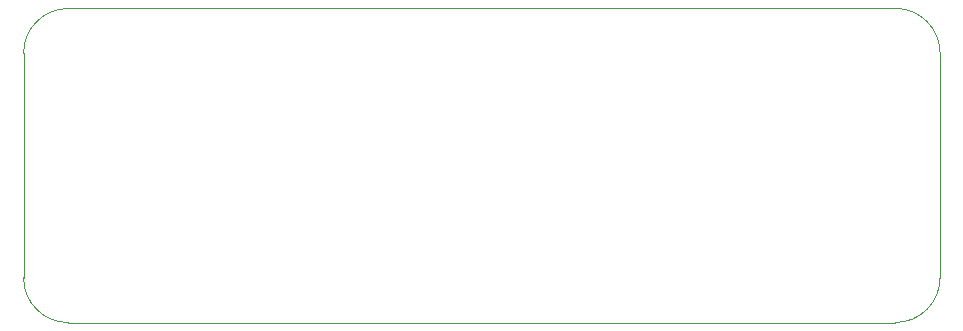
<source format=gbr>
G04 #@! TF.GenerationSoftware,KiCad,Pcbnew,(5.1.0)-1*
G04 #@! TF.CreationDate,2019-08-13T16:47:38+01:00*
G04 #@! TF.ProjectId,fp_baseline,66705f62-6173-4656-9c69-6e652e6b6963,rev?*
G04 #@! TF.SameCoordinates,Original*
G04 #@! TF.FileFunction,Profile,NP*
%FSLAX46Y46*%
G04 Gerber Fmt 4.6, Leading zero omitted, Abs format (unit mm)*
G04 Created by KiCad (PCBNEW (5.1.0)-1) date 2019-08-13 16:47:38*
%MOMM*%
%LPD*%
G04 APERTURE LIST*
%ADD10C,0.100000*%
G04 APERTURE END LIST*
D10*
X188800000Y-109500000D02*
X188800000Y-90480000D01*
X114990000Y-113290000D02*
X185010000Y-113290000D01*
X114990000Y-86700000D02*
X185010000Y-86690000D01*
X188800000Y-109500000D02*
G75*
G02X185010000Y-113290000I-3790000J0D01*
G01*
X114990000Y-113290000D02*
G75*
G02X111200000Y-109500000I0J3790000D01*
G01*
X185010000Y-86690000D02*
G75*
G02X188800000Y-90480000I0J-3790000D01*
G01*
X111200000Y-90490000D02*
G75*
G02X114990000Y-86700000I3790000J0D01*
G01*
X111200000Y-90490000D02*
X111200000Y-109500000D01*
M02*

</source>
